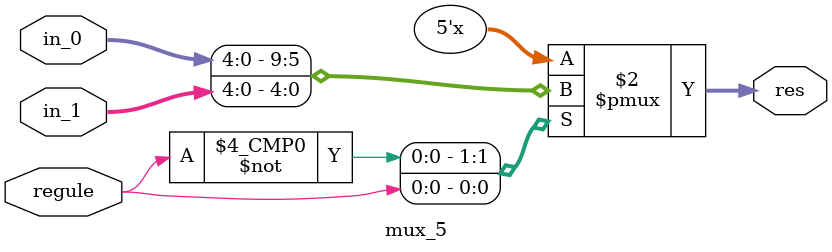
<source format=v>
`timescale 1ns/1ns

module mux_5 (
	input [4:0]in_0,
	input [4:0]in_1,
	input regule,
	output reg[4:0]res
);

always @* begin
	case (regule)
		1'b0:
		begin
			res <= in_0;
		end
		1'b1:
		begin
			res <= in_1;
		end
	endcase
end

endmodule
</source>
